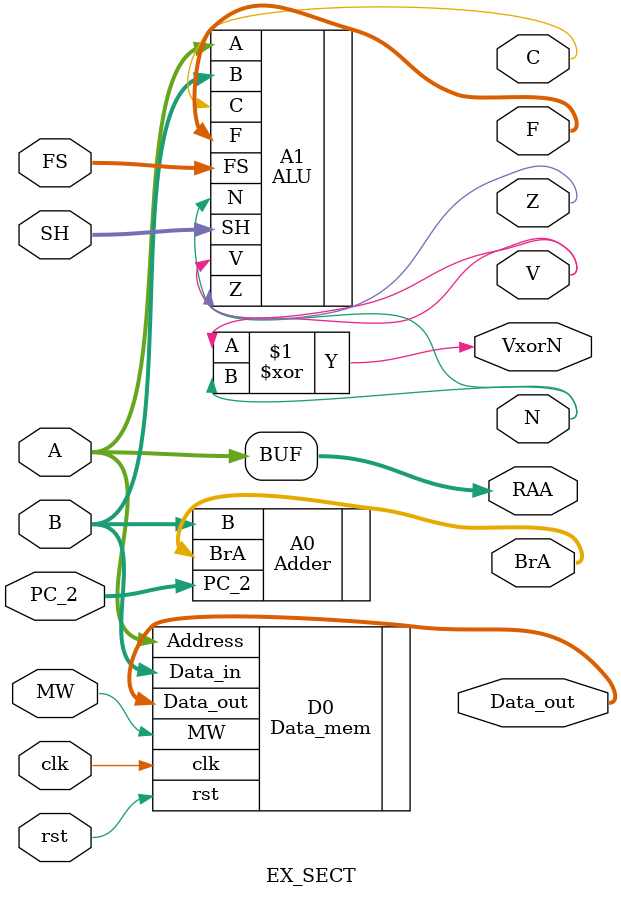
<source format=v>
`timescale 1ns / 1ps

module EX_SECT(input [31:0] A, B, PC_2,
               input [4:0] SH, FS,
               input clk, rst, MW,
               output [31:0] F, Data_out, BrA, RAA,
               output VxorN, Z, C, N, V);
               
Adder A0(.B(B), .PC_2(PC_2), // B Data (input/input) / Program Counter - 2 (input/input)
         .BrA(BrA)); // Branch Address (output reg/output)
         
ALU A1(.A(A), .B(B), .SH(SH), .FS(FS), // A Data (input/input) / B Data (input/input) / Shifter (input/input) / Function Select (input/input)
       .Z(Z), .F(F), .V(V), .C(C), .N(N)); // Zero (output reg/output) / Function Data (output reg/output) / Overflow (output reg/output) / Carry (output reg/output) / Negative (output reg/output)
       
Data_mem D0(.Address(A), .Data_in(B), // Data address (input/input) / Data input (input/input)
            .clk(clk), .rst(rst), .MW(MW), // Clock (input/input) / Reset (input/input) / Mem write (input/input)
            .Data_out(Data_out)); // Data output (output reg/output)
            
assign VxorN = V^N; // Status bit - Clocked on negedge - Goes to MUX D
assign RAA = A;              
               
endmodule
</source>
